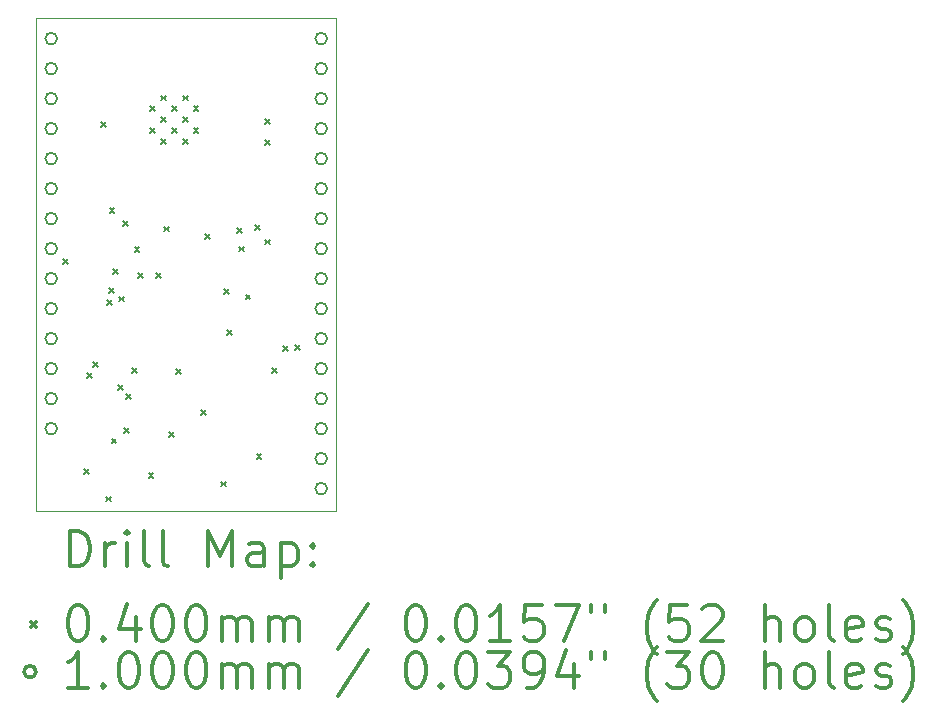
<source format=gbr>
%FSLAX45Y45*%
G04 Gerber Fmt 4.5, Leading zero omitted, Abs format (unit mm)*
G04 Created by KiCad (PCBNEW (5.1.10)-1) date 2021-11-05 15:56:35*
%MOMM*%
%LPD*%
G01*
G04 APERTURE LIST*
%TA.AperFunction,Profile*%
%ADD10C,0.050000*%
%TD*%
%ADD11C,0.200000*%
%ADD12C,0.300000*%
G04 APERTURE END LIST*
D10*
X8509000Y-10604500D02*
X8509000Y-6426200D01*
X11049000Y-10604500D02*
X8509000Y-10604500D01*
X11049000Y-6426200D02*
X11049000Y-10604500D01*
X8509000Y-6426200D02*
X11049000Y-6426200D01*
D11*
X8735310Y-8469310D02*
X8775310Y-8509310D01*
X8775310Y-8469310D02*
X8735310Y-8509310D01*
X8912600Y-10249960D02*
X8952600Y-10289960D01*
X8952600Y-10249960D02*
X8912600Y-10289960D01*
X8940380Y-9438820D02*
X8980380Y-9478820D01*
X8980380Y-9438820D02*
X8940380Y-9478820D01*
X8989200Y-9345730D02*
X9029200Y-9385730D01*
X9029200Y-9345730D02*
X8989200Y-9385730D01*
X9060110Y-7311340D02*
X9100110Y-7351340D01*
X9100110Y-7311340D02*
X9060110Y-7351340D01*
X9098600Y-10482900D02*
X9138600Y-10522900D01*
X9138600Y-10482900D02*
X9098600Y-10522900D01*
X9110110Y-8818590D02*
X9150110Y-8858590D01*
X9150110Y-8818590D02*
X9110110Y-8858590D01*
X9128310Y-8715580D02*
X9168310Y-8755580D01*
X9168310Y-8715580D02*
X9128310Y-8755580D01*
X9129690Y-8039040D02*
X9169690Y-8079040D01*
X9169690Y-8039040D02*
X9129690Y-8079040D01*
X9147270Y-9991420D02*
X9187270Y-10031420D01*
X9187270Y-9991420D02*
X9147270Y-10031420D01*
X9161640Y-8553160D02*
X9201640Y-8593160D01*
X9201640Y-8553160D02*
X9161640Y-8593160D01*
X9201740Y-9536380D02*
X9241740Y-9576380D01*
X9241740Y-9536380D02*
X9201740Y-9576380D01*
X9210360Y-8788300D02*
X9250360Y-8828300D01*
X9250360Y-8788300D02*
X9210360Y-8828300D01*
X9242310Y-8150550D02*
X9282310Y-8190550D01*
X9282310Y-8150550D02*
X9242310Y-8190550D01*
X9250460Y-9900730D02*
X9290460Y-9940730D01*
X9290460Y-9900730D02*
X9250460Y-9940730D01*
X9270970Y-9611740D02*
X9310970Y-9651740D01*
X9310970Y-9611740D02*
X9270970Y-9651740D01*
X9320750Y-9395400D02*
X9360750Y-9435400D01*
X9360750Y-9395400D02*
X9320750Y-9435400D01*
X9343520Y-8368580D02*
X9383520Y-8408580D01*
X9383520Y-8368580D02*
X9343520Y-8408580D01*
X9373670Y-8587560D02*
X9413670Y-8627560D01*
X9413670Y-8587560D02*
X9373670Y-8627560D01*
X9461610Y-10284990D02*
X9501610Y-10324990D01*
X9501610Y-10284990D02*
X9461610Y-10324990D01*
X9475500Y-7178250D02*
X9515500Y-7218250D01*
X9515500Y-7178250D02*
X9475500Y-7218250D01*
X9475500Y-7361750D02*
X9515500Y-7401750D01*
X9515500Y-7361750D02*
X9475500Y-7401750D01*
X9521460Y-8589660D02*
X9561460Y-8629660D01*
X9561460Y-8589660D02*
X9521460Y-8629660D01*
X9567250Y-7086500D02*
X9607250Y-7126500D01*
X9607250Y-7086500D02*
X9567250Y-7126500D01*
X9567250Y-7270000D02*
X9607250Y-7310000D01*
X9607250Y-7270000D02*
X9567250Y-7310000D01*
X9567250Y-7453500D02*
X9607250Y-7493500D01*
X9607250Y-7453500D02*
X9567250Y-7493500D01*
X9593900Y-8196900D02*
X9633900Y-8236900D01*
X9633900Y-8196900D02*
X9593900Y-8236900D01*
X9632000Y-9936800D02*
X9672000Y-9976800D01*
X9672000Y-9936800D02*
X9632000Y-9976800D01*
X9659000Y-7178250D02*
X9699000Y-7218250D01*
X9699000Y-7178250D02*
X9659000Y-7218250D01*
X9659000Y-7361750D02*
X9699000Y-7401750D01*
X9699000Y-7361750D02*
X9659000Y-7401750D01*
X9692290Y-9404330D02*
X9732290Y-9444330D01*
X9732290Y-9404330D02*
X9692290Y-9444330D01*
X9750750Y-7086500D02*
X9790750Y-7126500D01*
X9790750Y-7086500D02*
X9750750Y-7126500D01*
X9750750Y-7270000D02*
X9790750Y-7310000D01*
X9790750Y-7270000D02*
X9750750Y-7310000D01*
X9750750Y-7453500D02*
X9790750Y-7493500D01*
X9790750Y-7453500D02*
X9750750Y-7493500D01*
X9842500Y-7178250D02*
X9882500Y-7218250D01*
X9882500Y-7178250D02*
X9842500Y-7218250D01*
X9842500Y-7361750D02*
X9882500Y-7401750D01*
X9882500Y-7361750D02*
X9842500Y-7401750D01*
X9905510Y-9749600D02*
X9945510Y-9789600D01*
X9945510Y-9749600D02*
X9905510Y-9789600D01*
X9936440Y-8262150D02*
X9976440Y-8302150D01*
X9976440Y-8262150D02*
X9936440Y-8302150D01*
X10076500Y-10355900D02*
X10116500Y-10395900D01*
X10116500Y-10355900D02*
X10076500Y-10395900D01*
X10101810Y-8725960D02*
X10141810Y-8765960D01*
X10141810Y-8725960D02*
X10101810Y-8765960D01*
X10127300Y-9073200D02*
X10167300Y-9113200D01*
X10167300Y-9073200D02*
X10127300Y-9113200D01*
X10210090Y-8206960D02*
X10250090Y-8246960D01*
X10250090Y-8206960D02*
X10210090Y-8246960D01*
X10227580Y-8366170D02*
X10267580Y-8406170D01*
X10267580Y-8366170D02*
X10227580Y-8406170D01*
X10281280Y-8771060D02*
X10321280Y-8811060D01*
X10321280Y-8771060D02*
X10281280Y-8811060D01*
X10362410Y-8183570D02*
X10402410Y-8223570D01*
X10402410Y-8183570D02*
X10362410Y-8223570D01*
X10374600Y-10122820D02*
X10414600Y-10162820D01*
X10414600Y-10122820D02*
X10374600Y-10162820D01*
X10445960Y-7283300D02*
X10485960Y-7323300D01*
X10485960Y-7283300D02*
X10445960Y-7323300D01*
X10446150Y-8307260D02*
X10486150Y-8347260D01*
X10486150Y-8307260D02*
X10446150Y-8347260D01*
X10448300Y-7462270D02*
X10488300Y-7502270D01*
X10488300Y-7462270D02*
X10448300Y-7502270D01*
X10508300Y-9393880D02*
X10548300Y-9433880D01*
X10548300Y-9393880D02*
X10508300Y-9433880D01*
X10600370Y-9208680D02*
X10640370Y-9248680D01*
X10640370Y-9208680D02*
X10600370Y-9248680D01*
X10702370Y-9197530D02*
X10742370Y-9237530D01*
X10742370Y-9197530D02*
X10702370Y-9237530D01*
X8686000Y-6604000D02*
G75*
G03*
X8686000Y-6604000I-50000J0D01*
G01*
X8686000Y-6858000D02*
G75*
G03*
X8686000Y-6858000I-50000J0D01*
G01*
X8686000Y-7112000D02*
G75*
G03*
X8686000Y-7112000I-50000J0D01*
G01*
X8686000Y-7366000D02*
G75*
G03*
X8686000Y-7366000I-50000J0D01*
G01*
X8686000Y-7620000D02*
G75*
G03*
X8686000Y-7620000I-50000J0D01*
G01*
X8686000Y-7874000D02*
G75*
G03*
X8686000Y-7874000I-50000J0D01*
G01*
X8686000Y-8128000D02*
G75*
G03*
X8686000Y-8128000I-50000J0D01*
G01*
X8686000Y-8382000D02*
G75*
G03*
X8686000Y-8382000I-50000J0D01*
G01*
X8686000Y-8636000D02*
G75*
G03*
X8686000Y-8636000I-50000J0D01*
G01*
X8686000Y-8890000D02*
G75*
G03*
X8686000Y-8890000I-50000J0D01*
G01*
X8686000Y-9144000D02*
G75*
G03*
X8686000Y-9144000I-50000J0D01*
G01*
X8686000Y-9398000D02*
G75*
G03*
X8686000Y-9398000I-50000J0D01*
G01*
X8686000Y-9652000D02*
G75*
G03*
X8686000Y-9652000I-50000J0D01*
G01*
X8686000Y-9906000D02*
G75*
G03*
X8686000Y-9906000I-50000J0D01*
G01*
X10972000Y-6604000D02*
G75*
G03*
X10972000Y-6604000I-50000J0D01*
G01*
X10972000Y-6858000D02*
G75*
G03*
X10972000Y-6858000I-50000J0D01*
G01*
X10972000Y-7112000D02*
G75*
G03*
X10972000Y-7112000I-50000J0D01*
G01*
X10972000Y-7366000D02*
G75*
G03*
X10972000Y-7366000I-50000J0D01*
G01*
X10972000Y-7620000D02*
G75*
G03*
X10972000Y-7620000I-50000J0D01*
G01*
X10972000Y-7874000D02*
G75*
G03*
X10972000Y-7874000I-50000J0D01*
G01*
X10972000Y-8128000D02*
G75*
G03*
X10972000Y-8128000I-50000J0D01*
G01*
X10972000Y-8382000D02*
G75*
G03*
X10972000Y-8382000I-50000J0D01*
G01*
X10972000Y-8636000D02*
G75*
G03*
X10972000Y-8636000I-50000J0D01*
G01*
X10972000Y-8890000D02*
G75*
G03*
X10972000Y-8890000I-50000J0D01*
G01*
X10972000Y-9144000D02*
G75*
G03*
X10972000Y-9144000I-50000J0D01*
G01*
X10972000Y-9398000D02*
G75*
G03*
X10972000Y-9398000I-50000J0D01*
G01*
X10972000Y-9652000D02*
G75*
G03*
X10972000Y-9652000I-50000J0D01*
G01*
X10972000Y-9906000D02*
G75*
G03*
X10972000Y-9906000I-50000J0D01*
G01*
X10972000Y-10160000D02*
G75*
G03*
X10972000Y-10160000I-50000J0D01*
G01*
X10972000Y-10414000D02*
G75*
G03*
X10972000Y-10414000I-50000J0D01*
G01*
D12*
X8792928Y-11072714D02*
X8792928Y-10772714D01*
X8864357Y-10772714D01*
X8907214Y-10787000D01*
X8935786Y-10815572D01*
X8950071Y-10844143D01*
X8964357Y-10901286D01*
X8964357Y-10944143D01*
X8950071Y-11001286D01*
X8935786Y-11029857D01*
X8907214Y-11058429D01*
X8864357Y-11072714D01*
X8792928Y-11072714D01*
X9092928Y-11072714D02*
X9092928Y-10872714D01*
X9092928Y-10929857D02*
X9107214Y-10901286D01*
X9121500Y-10887000D01*
X9150071Y-10872714D01*
X9178643Y-10872714D01*
X9278643Y-11072714D02*
X9278643Y-10872714D01*
X9278643Y-10772714D02*
X9264357Y-10787000D01*
X9278643Y-10801286D01*
X9292928Y-10787000D01*
X9278643Y-10772714D01*
X9278643Y-10801286D01*
X9464357Y-11072714D02*
X9435786Y-11058429D01*
X9421500Y-11029857D01*
X9421500Y-10772714D01*
X9621500Y-11072714D02*
X9592928Y-11058429D01*
X9578643Y-11029857D01*
X9578643Y-10772714D01*
X9964357Y-11072714D02*
X9964357Y-10772714D01*
X10064357Y-10987000D01*
X10164357Y-10772714D01*
X10164357Y-11072714D01*
X10435786Y-11072714D02*
X10435786Y-10915572D01*
X10421500Y-10887000D01*
X10392928Y-10872714D01*
X10335786Y-10872714D01*
X10307214Y-10887000D01*
X10435786Y-11058429D02*
X10407214Y-11072714D01*
X10335786Y-11072714D01*
X10307214Y-11058429D01*
X10292928Y-11029857D01*
X10292928Y-11001286D01*
X10307214Y-10972714D01*
X10335786Y-10958429D01*
X10407214Y-10958429D01*
X10435786Y-10944143D01*
X10578643Y-10872714D02*
X10578643Y-11172714D01*
X10578643Y-10887000D02*
X10607214Y-10872714D01*
X10664357Y-10872714D01*
X10692928Y-10887000D01*
X10707214Y-10901286D01*
X10721500Y-10929857D01*
X10721500Y-11015572D01*
X10707214Y-11044143D01*
X10692928Y-11058429D01*
X10664357Y-11072714D01*
X10607214Y-11072714D01*
X10578643Y-11058429D01*
X10850071Y-11044143D02*
X10864357Y-11058429D01*
X10850071Y-11072714D01*
X10835786Y-11058429D01*
X10850071Y-11044143D01*
X10850071Y-11072714D01*
X10850071Y-10887000D02*
X10864357Y-10901286D01*
X10850071Y-10915572D01*
X10835786Y-10901286D01*
X10850071Y-10887000D01*
X10850071Y-10915572D01*
X8466500Y-11547000D02*
X8506500Y-11587000D01*
X8506500Y-11547000D02*
X8466500Y-11587000D01*
X8850071Y-11402714D02*
X8878643Y-11402714D01*
X8907214Y-11417000D01*
X8921500Y-11431286D01*
X8935786Y-11459857D01*
X8950071Y-11517000D01*
X8950071Y-11588429D01*
X8935786Y-11645571D01*
X8921500Y-11674143D01*
X8907214Y-11688429D01*
X8878643Y-11702714D01*
X8850071Y-11702714D01*
X8821500Y-11688429D01*
X8807214Y-11674143D01*
X8792928Y-11645571D01*
X8778643Y-11588429D01*
X8778643Y-11517000D01*
X8792928Y-11459857D01*
X8807214Y-11431286D01*
X8821500Y-11417000D01*
X8850071Y-11402714D01*
X9078643Y-11674143D02*
X9092928Y-11688429D01*
X9078643Y-11702714D01*
X9064357Y-11688429D01*
X9078643Y-11674143D01*
X9078643Y-11702714D01*
X9350071Y-11502714D02*
X9350071Y-11702714D01*
X9278643Y-11388429D02*
X9207214Y-11602714D01*
X9392928Y-11602714D01*
X9564357Y-11402714D02*
X9592928Y-11402714D01*
X9621500Y-11417000D01*
X9635786Y-11431286D01*
X9650071Y-11459857D01*
X9664357Y-11517000D01*
X9664357Y-11588429D01*
X9650071Y-11645571D01*
X9635786Y-11674143D01*
X9621500Y-11688429D01*
X9592928Y-11702714D01*
X9564357Y-11702714D01*
X9535786Y-11688429D01*
X9521500Y-11674143D01*
X9507214Y-11645571D01*
X9492928Y-11588429D01*
X9492928Y-11517000D01*
X9507214Y-11459857D01*
X9521500Y-11431286D01*
X9535786Y-11417000D01*
X9564357Y-11402714D01*
X9850071Y-11402714D02*
X9878643Y-11402714D01*
X9907214Y-11417000D01*
X9921500Y-11431286D01*
X9935786Y-11459857D01*
X9950071Y-11517000D01*
X9950071Y-11588429D01*
X9935786Y-11645571D01*
X9921500Y-11674143D01*
X9907214Y-11688429D01*
X9878643Y-11702714D01*
X9850071Y-11702714D01*
X9821500Y-11688429D01*
X9807214Y-11674143D01*
X9792928Y-11645571D01*
X9778643Y-11588429D01*
X9778643Y-11517000D01*
X9792928Y-11459857D01*
X9807214Y-11431286D01*
X9821500Y-11417000D01*
X9850071Y-11402714D01*
X10078643Y-11702714D02*
X10078643Y-11502714D01*
X10078643Y-11531286D02*
X10092928Y-11517000D01*
X10121500Y-11502714D01*
X10164357Y-11502714D01*
X10192928Y-11517000D01*
X10207214Y-11545571D01*
X10207214Y-11702714D01*
X10207214Y-11545571D02*
X10221500Y-11517000D01*
X10250071Y-11502714D01*
X10292928Y-11502714D01*
X10321500Y-11517000D01*
X10335786Y-11545571D01*
X10335786Y-11702714D01*
X10478643Y-11702714D02*
X10478643Y-11502714D01*
X10478643Y-11531286D02*
X10492928Y-11517000D01*
X10521500Y-11502714D01*
X10564357Y-11502714D01*
X10592928Y-11517000D01*
X10607214Y-11545571D01*
X10607214Y-11702714D01*
X10607214Y-11545571D02*
X10621500Y-11517000D01*
X10650071Y-11502714D01*
X10692928Y-11502714D01*
X10721500Y-11517000D01*
X10735786Y-11545571D01*
X10735786Y-11702714D01*
X11321500Y-11388429D02*
X11064357Y-11774143D01*
X11707214Y-11402714D02*
X11735786Y-11402714D01*
X11764357Y-11417000D01*
X11778643Y-11431286D01*
X11792928Y-11459857D01*
X11807214Y-11517000D01*
X11807214Y-11588429D01*
X11792928Y-11645571D01*
X11778643Y-11674143D01*
X11764357Y-11688429D01*
X11735786Y-11702714D01*
X11707214Y-11702714D01*
X11678643Y-11688429D01*
X11664357Y-11674143D01*
X11650071Y-11645571D01*
X11635786Y-11588429D01*
X11635786Y-11517000D01*
X11650071Y-11459857D01*
X11664357Y-11431286D01*
X11678643Y-11417000D01*
X11707214Y-11402714D01*
X11935786Y-11674143D02*
X11950071Y-11688429D01*
X11935786Y-11702714D01*
X11921500Y-11688429D01*
X11935786Y-11674143D01*
X11935786Y-11702714D01*
X12135786Y-11402714D02*
X12164357Y-11402714D01*
X12192928Y-11417000D01*
X12207214Y-11431286D01*
X12221500Y-11459857D01*
X12235786Y-11517000D01*
X12235786Y-11588429D01*
X12221500Y-11645571D01*
X12207214Y-11674143D01*
X12192928Y-11688429D01*
X12164357Y-11702714D01*
X12135786Y-11702714D01*
X12107214Y-11688429D01*
X12092928Y-11674143D01*
X12078643Y-11645571D01*
X12064357Y-11588429D01*
X12064357Y-11517000D01*
X12078643Y-11459857D01*
X12092928Y-11431286D01*
X12107214Y-11417000D01*
X12135786Y-11402714D01*
X12521500Y-11702714D02*
X12350071Y-11702714D01*
X12435786Y-11702714D02*
X12435786Y-11402714D01*
X12407214Y-11445571D01*
X12378643Y-11474143D01*
X12350071Y-11488429D01*
X12792928Y-11402714D02*
X12650071Y-11402714D01*
X12635786Y-11545571D01*
X12650071Y-11531286D01*
X12678643Y-11517000D01*
X12750071Y-11517000D01*
X12778643Y-11531286D01*
X12792928Y-11545571D01*
X12807214Y-11574143D01*
X12807214Y-11645571D01*
X12792928Y-11674143D01*
X12778643Y-11688429D01*
X12750071Y-11702714D01*
X12678643Y-11702714D01*
X12650071Y-11688429D01*
X12635786Y-11674143D01*
X12907214Y-11402714D02*
X13107214Y-11402714D01*
X12978643Y-11702714D01*
X13207214Y-11402714D02*
X13207214Y-11459857D01*
X13321500Y-11402714D02*
X13321500Y-11459857D01*
X13764357Y-11817000D02*
X13750071Y-11802714D01*
X13721500Y-11759857D01*
X13707214Y-11731286D01*
X13692928Y-11688429D01*
X13678643Y-11617000D01*
X13678643Y-11559857D01*
X13692928Y-11488429D01*
X13707214Y-11445571D01*
X13721500Y-11417000D01*
X13750071Y-11374143D01*
X13764357Y-11359857D01*
X14021500Y-11402714D02*
X13878643Y-11402714D01*
X13864357Y-11545571D01*
X13878643Y-11531286D01*
X13907214Y-11517000D01*
X13978643Y-11517000D01*
X14007214Y-11531286D01*
X14021500Y-11545571D01*
X14035786Y-11574143D01*
X14035786Y-11645571D01*
X14021500Y-11674143D01*
X14007214Y-11688429D01*
X13978643Y-11702714D01*
X13907214Y-11702714D01*
X13878643Y-11688429D01*
X13864357Y-11674143D01*
X14150071Y-11431286D02*
X14164357Y-11417000D01*
X14192928Y-11402714D01*
X14264357Y-11402714D01*
X14292928Y-11417000D01*
X14307214Y-11431286D01*
X14321500Y-11459857D01*
X14321500Y-11488429D01*
X14307214Y-11531286D01*
X14135786Y-11702714D01*
X14321500Y-11702714D01*
X14678643Y-11702714D02*
X14678643Y-11402714D01*
X14807214Y-11702714D02*
X14807214Y-11545571D01*
X14792928Y-11517000D01*
X14764357Y-11502714D01*
X14721500Y-11502714D01*
X14692928Y-11517000D01*
X14678643Y-11531286D01*
X14992928Y-11702714D02*
X14964357Y-11688429D01*
X14950071Y-11674143D01*
X14935786Y-11645571D01*
X14935786Y-11559857D01*
X14950071Y-11531286D01*
X14964357Y-11517000D01*
X14992928Y-11502714D01*
X15035786Y-11502714D01*
X15064357Y-11517000D01*
X15078643Y-11531286D01*
X15092928Y-11559857D01*
X15092928Y-11645571D01*
X15078643Y-11674143D01*
X15064357Y-11688429D01*
X15035786Y-11702714D01*
X14992928Y-11702714D01*
X15264357Y-11702714D02*
X15235786Y-11688429D01*
X15221500Y-11659857D01*
X15221500Y-11402714D01*
X15492928Y-11688429D02*
X15464357Y-11702714D01*
X15407214Y-11702714D01*
X15378643Y-11688429D01*
X15364357Y-11659857D01*
X15364357Y-11545571D01*
X15378643Y-11517000D01*
X15407214Y-11502714D01*
X15464357Y-11502714D01*
X15492928Y-11517000D01*
X15507214Y-11545571D01*
X15507214Y-11574143D01*
X15364357Y-11602714D01*
X15621500Y-11688429D02*
X15650071Y-11702714D01*
X15707214Y-11702714D01*
X15735786Y-11688429D01*
X15750071Y-11659857D01*
X15750071Y-11645571D01*
X15735786Y-11617000D01*
X15707214Y-11602714D01*
X15664357Y-11602714D01*
X15635786Y-11588429D01*
X15621500Y-11559857D01*
X15621500Y-11545571D01*
X15635786Y-11517000D01*
X15664357Y-11502714D01*
X15707214Y-11502714D01*
X15735786Y-11517000D01*
X15850071Y-11817000D02*
X15864357Y-11802714D01*
X15892928Y-11759857D01*
X15907214Y-11731286D01*
X15921500Y-11688429D01*
X15935786Y-11617000D01*
X15935786Y-11559857D01*
X15921500Y-11488429D01*
X15907214Y-11445571D01*
X15892928Y-11417000D01*
X15864357Y-11374143D01*
X15850071Y-11359857D01*
X8506500Y-11963000D02*
G75*
G03*
X8506500Y-11963000I-50000J0D01*
G01*
X8950071Y-12098714D02*
X8778643Y-12098714D01*
X8864357Y-12098714D02*
X8864357Y-11798714D01*
X8835786Y-11841571D01*
X8807214Y-11870143D01*
X8778643Y-11884429D01*
X9078643Y-12070143D02*
X9092928Y-12084429D01*
X9078643Y-12098714D01*
X9064357Y-12084429D01*
X9078643Y-12070143D01*
X9078643Y-12098714D01*
X9278643Y-11798714D02*
X9307214Y-11798714D01*
X9335786Y-11813000D01*
X9350071Y-11827286D01*
X9364357Y-11855857D01*
X9378643Y-11913000D01*
X9378643Y-11984429D01*
X9364357Y-12041571D01*
X9350071Y-12070143D01*
X9335786Y-12084429D01*
X9307214Y-12098714D01*
X9278643Y-12098714D01*
X9250071Y-12084429D01*
X9235786Y-12070143D01*
X9221500Y-12041571D01*
X9207214Y-11984429D01*
X9207214Y-11913000D01*
X9221500Y-11855857D01*
X9235786Y-11827286D01*
X9250071Y-11813000D01*
X9278643Y-11798714D01*
X9564357Y-11798714D02*
X9592928Y-11798714D01*
X9621500Y-11813000D01*
X9635786Y-11827286D01*
X9650071Y-11855857D01*
X9664357Y-11913000D01*
X9664357Y-11984429D01*
X9650071Y-12041571D01*
X9635786Y-12070143D01*
X9621500Y-12084429D01*
X9592928Y-12098714D01*
X9564357Y-12098714D01*
X9535786Y-12084429D01*
X9521500Y-12070143D01*
X9507214Y-12041571D01*
X9492928Y-11984429D01*
X9492928Y-11913000D01*
X9507214Y-11855857D01*
X9521500Y-11827286D01*
X9535786Y-11813000D01*
X9564357Y-11798714D01*
X9850071Y-11798714D02*
X9878643Y-11798714D01*
X9907214Y-11813000D01*
X9921500Y-11827286D01*
X9935786Y-11855857D01*
X9950071Y-11913000D01*
X9950071Y-11984429D01*
X9935786Y-12041571D01*
X9921500Y-12070143D01*
X9907214Y-12084429D01*
X9878643Y-12098714D01*
X9850071Y-12098714D01*
X9821500Y-12084429D01*
X9807214Y-12070143D01*
X9792928Y-12041571D01*
X9778643Y-11984429D01*
X9778643Y-11913000D01*
X9792928Y-11855857D01*
X9807214Y-11827286D01*
X9821500Y-11813000D01*
X9850071Y-11798714D01*
X10078643Y-12098714D02*
X10078643Y-11898714D01*
X10078643Y-11927286D02*
X10092928Y-11913000D01*
X10121500Y-11898714D01*
X10164357Y-11898714D01*
X10192928Y-11913000D01*
X10207214Y-11941571D01*
X10207214Y-12098714D01*
X10207214Y-11941571D02*
X10221500Y-11913000D01*
X10250071Y-11898714D01*
X10292928Y-11898714D01*
X10321500Y-11913000D01*
X10335786Y-11941571D01*
X10335786Y-12098714D01*
X10478643Y-12098714D02*
X10478643Y-11898714D01*
X10478643Y-11927286D02*
X10492928Y-11913000D01*
X10521500Y-11898714D01*
X10564357Y-11898714D01*
X10592928Y-11913000D01*
X10607214Y-11941571D01*
X10607214Y-12098714D01*
X10607214Y-11941571D02*
X10621500Y-11913000D01*
X10650071Y-11898714D01*
X10692928Y-11898714D01*
X10721500Y-11913000D01*
X10735786Y-11941571D01*
X10735786Y-12098714D01*
X11321500Y-11784429D02*
X11064357Y-12170143D01*
X11707214Y-11798714D02*
X11735786Y-11798714D01*
X11764357Y-11813000D01*
X11778643Y-11827286D01*
X11792928Y-11855857D01*
X11807214Y-11913000D01*
X11807214Y-11984429D01*
X11792928Y-12041571D01*
X11778643Y-12070143D01*
X11764357Y-12084429D01*
X11735786Y-12098714D01*
X11707214Y-12098714D01*
X11678643Y-12084429D01*
X11664357Y-12070143D01*
X11650071Y-12041571D01*
X11635786Y-11984429D01*
X11635786Y-11913000D01*
X11650071Y-11855857D01*
X11664357Y-11827286D01*
X11678643Y-11813000D01*
X11707214Y-11798714D01*
X11935786Y-12070143D02*
X11950071Y-12084429D01*
X11935786Y-12098714D01*
X11921500Y-12084429D01*
X11935786Y-12070143D01*
X11935786Y-12098714D01*
X12135786Y-11798714D02*
X12164357Y-11798714D01*
X12192928Y-11813000D01*
X12207214Y-11827286D01*
X12221500Y-11855857D01*
X12235786Y-11913000D01*
X12235786Y-11984429D01*
X12221500Y-12041571D01*
X12207214Y-12070143D01*
X12192928Y-12084429D01*
X12164357Y-12098714D01*
X12135786Y-12098714D01*
X12107214Y-12084429D01*
X12092928Y-12070143D01*
X12078643Y-12041571D01*
X12064357Y-11984429D01*
X12064357Y-11913000D01*
X12078643Y-11855857D01*
X12092928Y-11827286D01*
X12107214Y-11813000D01*
X12135786Y-11798714D01*
X12335786Y-11798714D02*
X12521500Y-11798714D01*
X12421500Y-11913000D01*
X12464357Y-11913000D01*
X12492928Y-11927286D01*
X12507214Y-11941571D01*
X12521500Y-11970143D01*
X12521500Y-12041571D01*
X12507214Y-12070143D01*
X12492928Y-12084429D01*
X12464357Y-12098714D01*
X12378643Y-12098714D01*
X12350071Y-12084429D01*
X12335786Y-12070143D01*
X12664357Y-12098714D02*
X12721500Y-12098714D01*
X12750071Y-12084429D01*
X12764357Y-12070143D01*
X12792928Y-12027286D01*
X12807214Y-11970143D01*
X12807214Y-11855857D01*
X12792928Y-11827286D01*
X12778643Y-11813000D01*
X12750071Y-11798714D01*
X12692928Y-11798714D01*
X12664357Y-11813000D01*
X12650071Y-11827286D01*
X12635786Y-11855857D01*
X12635786Y-11927286D01*
X12650071Y-11955857D01*
X12664357Y-11970143D01*
X12692928Y-11984429D01*
X12750071Y-11984429D01*
X12778643Y-11970143D01*
X12792928Y-11955857D01*
X12807214Y-11927286D01*
X13064357Y-11898714D02*
X13064357Y-12098714D01*
X12992928Y-11784429D02*
X12921500Y-11998714D01*
X13107214Y-11998714D01*
X13207214Y-11798714D02*
X13207214Y-11855857D01*
X13321500Y-11798714D02*
X13321500Y-11855857D01*
X13764357Y-12213000D02*
X13750071Y-12198714D01*
X13721500Y-12155857D01*
X13707214Y-12127286D01*
X13692928Y-12084429D01*
X13678643Y-12013000D01*
X13678643Y-11955857D01*
X13692928Y-11884429D01*
X13707214Y-11841571D01*
X13721500Y-11813000D01*
X13750071Y-11770143D01*
X13764357Y-11755857D01*
X13850071Y-11798714D02*
X14035786Y-11798714D01*
X13935786Y-11913000D01*
X13978643Y-11913000D01*
X14007214Y-11927286D01*
X14021500Y-11941571D01*
X14035786Y-11970143D01*
X14035786Y-12041571D01*
X14021500Y-12070143D01*
X14007214Y-12084429D01*
X13978643Y-12098714D01*
X13892928Y-12098714D01*
X13864357Y-12084429D01*
X13850071Y-12070143D01*
X14221500Y-11798714D02*
X14250071Y-11798714D01*
X14278643Y-11813000D01*
X14292928Y-11827286D01*
X14307214Y-11855857D01*
X14321500Y-11913000D01*
X14321500Y-11984429D01*
X14307214Y-12041571D01*
X14292928Y-12070143D01*
X14278643Y-12084429D01*
X14250071Y-12098714D01*
X14221500Y-12098714D01*
X14192928Y-12084429D01*
X14178643Y-12070143D01*
X14164357Y-12041571D01*
X14150071Y-11984429D01*
X14150071Y-11913000D01*
X14164357Y-11855857D01*
X14178643Y-11827286D01*
X14192928Y-11813000D01*
X14221500Y-11798714D01*
X14678643Y-12098714D02*
X14678643Y-11798714D01*
X14807214Y-12098714D02*
X14807214Y-11941571D01*
X14792928Y-11913000D01*
X14764357Y-11898714D01*
X14721500Y-11898714D01*
X14692928Y-11913000D01*
X14678643Y-11927286D01*
X14992928Y-12098714D02*
X14964357Y-12084429D01*
X14950071Y-12070143D01*
X14935786Y-12041571D01*
X14935786Y-11955857D01*
X14950071Y-11927286D01*
X14964357Y-11913000D01*
X14992928Y-11898714D01*
X15035786Y-11898714D01*
X15064357Y-11913000D01*
X15078643Y-11927286D01*
X15092928Y-11955857D01*
X15092928Y-12041571D01*
X15078643Y-12070143D01*
X15064357Y-12084429D01*
X15035786Y-12098714D01*
X14992928Y-12098714D01*
X15264357Y-12098714D02*
X15235786Y-12084429D01*
X15221500Y-12055857D01*
X15221500Y-11798714D01*
X15492928Y-12084429D02*
X15464357Y-12098714D01*
X15407214Y-12098714D01*
X15378643Y-12084429D01*
X15364357Y-12055857D01*
X15364357Y-11941571D01*
X15378643Y-11913000D01*
X15407214Y-11898714D01*
X15464357Y-11898714D01*
X15492928Y-11913000D01*
X15507214Y-11941571D01*
X15507214Y-11970143D01*
X15364357Y-11998714D01*
X15621500Y-12084429D02*
X15650071Y-12098714D01*
X15707214Y-12098714D01*
X15735786Y-12084429D01*
X15750071Y-12055857D01*
X15750071Y-12041571D01*
X15735786Y-12013000D01*
X15707214Y-11998714D01*
X15664357Y-11998714D01*
X15635786Y-11984429D01*
X15621500Y-11955857D01*
X15621500Y-11941571D01*
X15635786Y-11913000D01*
X15664357Y-11898714D01*
X15707214Y-11898714D01*
X15735786Y-11913000D01*
X15850071Y-12213000D02*
X15864357Y-12198714D01*
X15892928Y-12155857D01*
X15907214Y-12127286D01*
X15921500Y-12084429D01*
X15935786Y-12013000D01*
X15935786Y-11955857D01*
X15921500Y-11884429D01*
X15907214Y-11841571D01*
X15892928Y-11813000D01*
X15864357Y-11770143D01*
X15850071Y-11755857D01*
M02*

</source>
